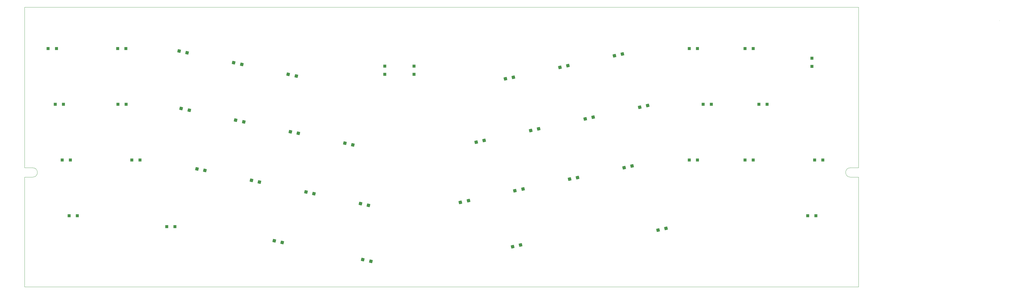
<source format=gbp>
%TF.GenerationSoftware,KiCad,Pcbnew,(6.0.6)*%
%TF.CreationDate,2022-07-10T17:12:38+03:00*%
%TF.ProjectId,liisa,6c696973-612e-46b6-9963-61645f706362,rev?*%
%TF.SameCoordinates,Original*%
%TF.FileFunction,Paste,Bot*%
%TF.FilePolarity,Positive*%
%FSLAX46Y46*%
G04 Gerber Fmt 4.6, Leading zero omitted, Abs format (unit mm)*
G04 Created by KiCad (PCBNEW (6.0.6)) date 2022-07-10 17:12:38*
%MOMM*%
%LPD*%
G01*
G04 APERTURE LIST*
G04 Aperture macros list*
%AMRotRect*
0 Rectangle, with rotation*
0 The origin of the aperture is its center*
0 $1 length*
0 $2 width*
0 $3 Rotation angle, in degrees counterclockwise*
0 Add horizontal line*
21,1,$1,$2,0,0,$3*%
G04 Aperture macros list end*
%TA.AperFunction,Profile*%
%ADD10C,0.100000*%
%TD*%
%ADD11RotRect,1.100000X1.100000X192.000000*%
%ADD12R,1.100000X1.100000*%
%ADD13RotRect,1.100000X1.100000X168.000000*%
G04 APERTURE END LIST*
D10*
X320410000Y-113520000D02*
X320410000Y-76010000D01*
X38210000Y-72820000D02*
X35410000Y-72820000D01*
X368553350Y-22485001D02*
X368553350Y-22485001D01*
X35410000Y-17920000D02*
X320410000Y-17920000D01*
X38210000Y-76020000D02*
G75*
G03*
X38210000Y-72820000I0J1600000D01*
G01*
X320410000Y-76010000D02*
X317610000Y-76010000D01*
X320410000Y-17920000D02*
X320410000Y-72810000D01*
X35410000Y-76020000D02*
X35410000Y-113520000D01*
X38210000Y-76020000D02*
X35410000Y-76020000D01*
X320410000Y-72810000D02*
X317610000Y-72810000D01*
X317610000Y-72810000D02*
G75*
G03*
X317610000Y-76010000I0J-1600000D01*
G01*
X320410000Y-113520000D02*
X35410000Y-113520000D01*
X35410000Y-72820000D02*
X35410000Y-17920000D01*
D11*
%TO.C,D31*%
X229736376Y-55521677D03*
X226997562Y-56103829D03*
%TD*%
D12*
%TO.C,D41*%
X289178750Y-51070000D03*
X286378750Y-51070000D03*
%TD*%
%TO.C,D40*%
X284416250Y-32020000D03*
X281616250Y-32020000D03*
%TD*%
D13*
%TO.C,D10*%
X91697154Y-53133291D03*
X88958340Y-52551139D03*
%TD*%
D12*
%TO.C,D4*%
X53435000Y-89170000D03*
X50635000Y-89170000D03*
%TD*%
%TO.C,D8*%
X86772500Y-92905505D03*
X83972500Y-92905505D03*
%TD*%
%TO.C,D42*%
X284416250Y-70120000D03*
X281616250Y-70120000D03*
%TD*%
D13*
%TO.C,D16*%
X128266867Y-41430835D03*
X125528053Y-40848683D03*
%TD*%
%TO.C,D17*%
X128964578Y-61054726D03*
X126225764Y-60472574D03*
%TD*%
D12*
%TO.C,D6*%
X70103750Y-51070000D03*
X67303750Y-51070000D03*
%TD*%
%TO.C,D43*%
X308228750Y-70120000D03*
X305428750Y-70120000D03*
%TD*%
D11*
%TO.C,D25*%
X187112814Y-84057183D03*
X184374000Y-84639335D03*
%TD*%
D12*
%TO.C,D38*%
X265366250Y-70120000D03*
X262566250Y-70120000D03*
%TD*%
%TO.C,D3*%
X51053750Y-70120000D03*
X48253750Y-70120000D03*
%TD*%
%TO.C,D36*%
X265366250Y-32020000D03*
X262566250Y-32020000D03*
%TD*%
%TO.C,D7*%
X74866250Y-70120000D03*
X72066250Y-70120000D03*
%TD*%
D13*
%TO.C,D20*%
X147598291Y-65015443D03*
X144859477Y-64433291D03*
%TD*%
D11*
%TO.C,D28*%
X205746526Y-80096465D03*
X203007712Y-80678617D03*
%TD*%
D12*
%TO.C,D23*%
X168500000Y-40900000D03*
X168500000Y-38100000D03*
%TD*%
D13*
%TO.C,D11*%
X97053292Y-73747361D03*
X94314478Y-73165209D03*
%TD*%
%TO.C,D13*%
X110298744Y-57087181D03*
X107559930Y-56505029D03*
%TD*%
D11*
%TO.C,D27*%
X211102664Y-59482394D03*
X208363850Y-60064546D03*
%TD*%
%TO.C,D35*%
X243013950Y-72175030D03*
X240275136Y-72757182D03*
%TD*%
D12*
%TO.C,D37*%
X270128750Y-51070000D03*
X267328750Y-51070000D03*
%TD*%
%TO.C,D45*%
X304447500Y-38182500D03*
X304447500Y-35382500D03*
%TD*%
%TO.C,D44*%
X305847500Y-89170000D03*
X303047500Y-89170000D03*
%TD*%
D13*
%TO.C,D12*%
X106894341Y-36887965D03*
X109633155Y-37470117D03*
%TD*%
D11*
%TO.C,D29*%
X204946261Y-99237871D03*
X202207447Y-99820023D03*
%TD*%
D12*
%TO.C,D2*%
X48672500Y-51070000D03*
X45872500Y-51070000D03*
%TD*%
D11*
%TO.C,D32*%
X224380238Y-76135748D03*
X221641424Y-76717900D03*
%TD*%
D13*
%TO.C,D22*%
X153754693Y-104770921D03*
X151015879Y-104188769D03*
%TD*%
D11*
%TO.C,D24*%
X192468953Y-63443113D03*
X189730139Y-64025265D03*
%TD*%
D13*
%TO.C,D18*%
X134320715Y-81668797D03*
X131581901Y-81086645D03*
%TD*%
%TO.C,D9*%
X90956228Y-33500214D03*
X88217414Y-32918062D03*
%TD*%
D12*
%TO.C,D19*%
X158500000Y-40900000D03*
X158500000Y-38100000D03*
%TD*%
D11*
%TO.C,D30*%
X221117230Y-37878145D03*
X218378416Y-38460297D03*
%TD*%
%TO.C,D34*%
X248370088Y-51560959D03*
X245631274Y-52143111D03*
%TD*%
D13*
%TO.C,D15*%
X123474912Y-98334755D03*
X120736098Y-97752603D03*
%TD*%
D12*
%TO.C,D1*%
X46291250Y-32020000D03*
X43491250Y-32020000D03*
%TD*%
D13*
%TO.C,D14*%
X115687004Y-77708080D03*
X112948190Y-77125928D03*
%TD*%
D12*
%TO.C,D5*%
X70011106Y-32020000D03*
X67211106Y-32020000D03*
%TD*%
D13*
%TO.C,D21*%
X152954428Y-85629515D03*
X150215614Y-85047363D03*
%TD*%
D11*
%TO.C,D26*%
X202483519Y-41838862D03*
X199744705Y-42421014D03*
%TD*%
%TO.C,D33*%
X239750942Y-33917427D03*
X237012128Y-34499579D03*
%TD*%
%TO.C,D39*%
X254631207Y-93498341D03*
X251892393Y-94080493D03*
%TD*%
M02*

</source>
